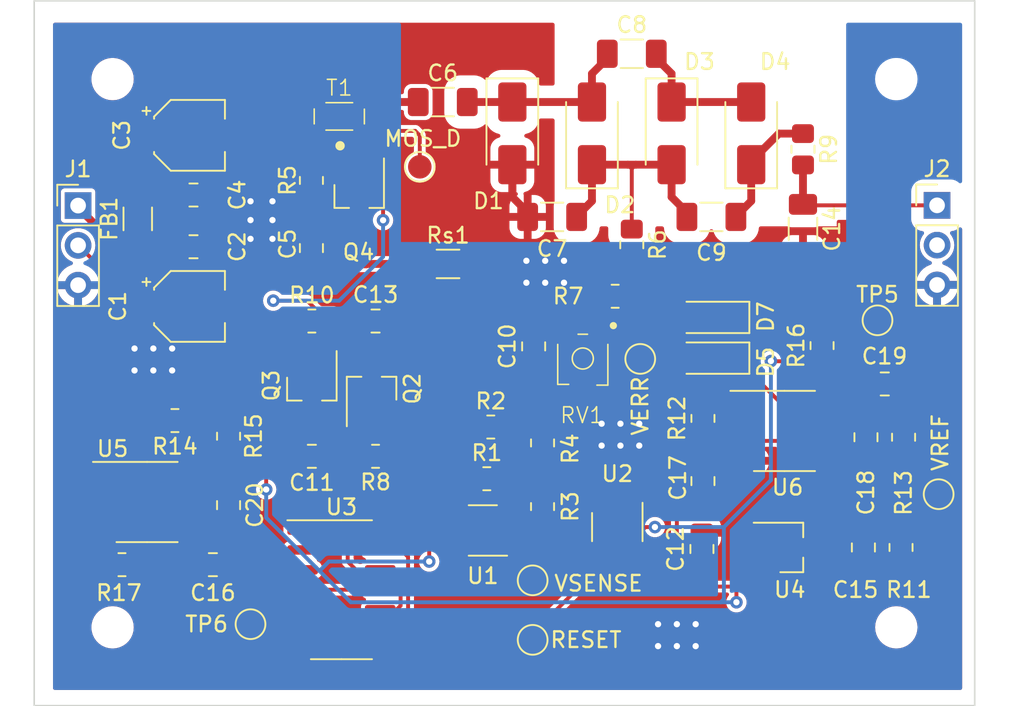
<source format=kicad_pcb>
(kicad_pcb (version 20221018) (generator pcbnew)

  (general
    (thickness 1.6)
  )

  (paper "A4")
  (layers
    (0 "F.Cu" signal)
    (31 "B.Cu" signal)
    (32 "B.Adhes" user "B.Adhesive")
    (33 "F.Adhes" user "F.Adhesive")
    (34 "B.Paste" user)
    (35 "F.Paste" user)
    (36 "B.SilkS" user "B.Silkscreen")
    (37 "F.SilkS" user "F.Silkscreen")
    (38 "B.Mask" user)
    (39 "F.Mask" user)
    (40 "Dwgs.User" user "User.Drawings")
    (41 "Cmts.User" user "User.Comments")
    (42 "Eco1.User" user "User.Eco1")
    (43 "Eco2.User" user "User.Eco2")
    (44 "Edge.Cuts" user)
    (45 "Margin" user)
    (46 "B.CrtYd" user "B.Courtyard")
    (47 "F.CrtYd" user "F.Courtyard")
    (48 "B.Fab" user)
    (49 "F.Fab" user)
    (50 "User.1" user)
    (51 "User.2" user)
    (52 "User.3" user)
    (53 "User.4" user)
    (54 "User.5" user)
    (55 "User.6" user)
    (56 "User.7" user)
    (57 "User.8" user)
    (58 "User.9" user)
  )

  (setup
    (pad_to_mask_clearance 0)
    (pcbplotparams
      (layerselection 0x00010fc_ffffffff)
      (plot_on_all_layers_selection 0x0000000_00000000)
      (disableapertmacros false)
      (usegerberextensions false)
      (usegerberattributes true)
      (usegerberadvancedattributes true)
      (creategerberjobfile true)
      (dashed_line_dash_ratio 12.000000)
      (dashed_line_gap_ratio 3.000000)
      (svgprecision 4)
      (plotframeref false)
      (viasonmask false)
      (mode 1)
      (useauxorigin false)
      (hpglpennumber 1)
      (hpglpenspeed 20)
      (hpglpendiameter 15.000000)
      (dxfpolygonmode true)
      (dxfimperialunits true)
      (dxfusepcbnewfont true)
      (psnegative false)
      (psa4output false)
      (plotreference true)
      (plotvalue true)
      (plotinvisibletext false)
      (sketchpadsonfab false)
      (subtractmaskfromsilk false)
      (outputformat 1)
      (mirror false)
      (drillshape 1)
      (scaleselection 1)
      (outputdirectory "")
    )
  )

  (net 0 "")
  (net 1 "VCC")
  (net 2 "GND")
  (net 3 "/VPR")
  (net 4 "Net-(C5-Pad1)")
  (net 5 "/RFEED_H")
  (net 6 "/VTR_SEC")
  (net 7 "Net-(D1-K)")
  (net 8 "Net-(D2-K)")
  (net 9 "Net-(D3-K)")
  (net 10 "Net-(C10-Pad1)")
  (net 11 "Net-(D4-K)")
  (net 12 "/GATE")
  (net 13 "VPP")
  (net 14 "/VREF")
  (net 15 "Net-(U5-CV)")
  (net 16 "Net-(U5-THR)")
  (net 17 "/VFEED")
  (net 18 "Net-(D5-K)")
  (net 19 "Net-(C19-Pad1)")
  (net 20 "/VERR")
  (net 21 "Net-(D7-K)")
  (net 22 "/ENABLE")
  (net 23 "unconnected-(J2-Pin_2-Pad2)")
  (net 24 "Net-(Q2-B)")
  (net 25 "Net-(Q2-E)")
  (net 26 "/MOS_D")
  (net 27 "Net-(U1-+)")
  (net 28 "Net-(U1--)")
  (net 29 "/VSENSE")
  (net 30 "/SR_Q")
  (net 31 "/SR_R")
  (net 32 "/SR_S")
  (net 33 "Net-(U6A--)")
  (net 34 "Net-(U5-DIS)")
  (net 35 "/SR_NQ")
  (net 36 "Net-(TP6-Pad1)")

  (footprint "Package_TO_SOT_SMD:SOT-23_Handsoldering" (layer "F.Cu") (at 155.73375 47.46375 -90))

  (footprint "Package_SO:SOIC-14_3.9x8.7mm_P1.27mm" (layer "F.Cu") (at 154.6 72.6))

  (footprint "MountingHole:MountingHole_2.2mm_M2_DIN965" (layer "F.Cu") (at 190 40))

  (footprint "Resistor_SMD:R_0805_2012Metric_Pad1.20x1.40mm_HandSolder" (layer "F.Cu") (at 147.4 62.8 90))

  (footprint "Capacitor_SMD:CP_Elec_4x5.4" (layer "F.Cu") (at 144.9085 43.59))

  (footprint "Package_SO:SOIC-8_3.9x4.9mm_P1.27mm" (layer "F.Cu") (at 182.86375 62.46375))

  (footprint "Package_SO:SOIC-8_3.9x4.9mm_P1.27mm" (layer "F.Cu") (at 142.2 67))

  (footprint "TestPoint:TestPoint_Pad_D1.5mm" (layer "F.Cu") (at 166.8 75.8))

  (footprint "TestPoint:TestPoint_Pad_D1.5mm" (layer "F.Cu") (at 188.8 55.4))

  (footprint "Package_TO_SOT_SMD:SOT-23_Handsoldering" (layer "F.Cu") (at 156.52375 59.76375 90))

  (footprint "Resistor_SMD:R_0805_2012Metric_Pad1.20x1.40mm_HandSolder" (layer "F.Cu") (at 172.06375 53.86375 180))

  (footprint "Capacitor_SMD:C_0805_2012Metric_Pad1.18x1.45mm_HandSolder" (layer "F.Cu") (at 145.1625 47.4))

  (footprint "Diode_SMD:D_SOD-123" (layer "F.Cu") (at 178.26375 57.81375 180))

  (footprint "Diode_SMD:D_SMA" (layer "F.Cu") (at 180.74375 43.46375 90))

  (footprint "MountingHole:MountingHole_2.2mm_M2_DIN965" (layer "F.Cu") (at 140 40))

  (footprint "Capacitor_SMD:C_0805_2012Metric_Pad1.18x1.45mm_HandSolder" (layer "F.Cu") (at 145.1625 50.702))

  (footprint "lcsc_misc:ATB322524-0110-T000" (layer "F.Cu") (at 154.46375 42.40625))

  (footprint "Resistor_SMD:R_0805_2012Metric_Pad1.20x1.40mm_HandSolder" (layer "F.Cu") (at 190.46375 62.86375 90))

  (footprint "Diode_SMD:D_SMA" (layer "F.Cu") (at 170.58375 43.46375 90))

  (footprint "TestPoint:TestPoint_Pad_D1.5mm" (layer "F.Cu") (at 173.66375 57.86375))

  (footprint "Resistor_SMD:R_0805_2012Metric_Pad1.20x1.40mm_HandSolder" (layer "F.Cu") (at 140.6 71))

  (footprint "Capacitor_SMD:C_0805_2012Metric_Pad1.18x1.45mm_HandSolder" (layer "F.Cu") (at 147.4 67.2 -90))

  (footprint "Package_TO_SOT_SMD:SOT-23_Handsoldering" (layer "F.Cu") (at 183.30125 69.90125))

  (footprint "Capacitor_SMD:C_0805_2012Metric_Pad1.18x1.45mm_HandSolder" (layer "F.Cu") (at 188.06375 62.86375 90))

  (footprint "Capacitor_SMD:C_0805_2012Metric_Pad1.18x1.45mm_HandSolder" (layer "F.Cu") (at 152.68575 50.78825 -90))

  (footprint "Resistor_SMD:R_0805_2012Metric_Pad1.20x1.40mm_HandSolder" (layer "F.Cu") (at 184.04575 44.47975 -90))

  (footprint "Package_TO_SOT_SMD:SOT-23-5_HandSoldering" (layer "F.Cu") (at 172.2 68.6 -90))

  (footprint "Resistor_SMD:R_0805_2012Metric_Pad1.20x1.40mm_HandSolder" (layer "F.Cu") (at 173.12375 50.57575 -90))

  (footprint "Package_TO_SOT_SMD:SOT-23-5_HandSoldering" (layer "F.Cu") (at 163.621 68.816 180))

  (footprint "TestPoint:TestPoint_Pad_D1.5mm" (layer "F.Cu") (at 166.8 72))

  (footprint "Capacitor_SMD:C_1206_3216Metric_Pad1.33x1.80mm_HandSolder" (layer "F.Cu") (at 168.04375 48.79775))

  (footprint "Capacitor_SMD:C_1206_3216Metric_Pad1.33x1.80mm_HandSolder" (layer "F.Cu") (at 173.12375 38.38375))

  (footprint "TestPoint:TestPoint_Pad_D1.5mm" (layer "F.Cu") (at 192.70125 66.50125))

  (footprint "Resistor_SMD:R_1206_3216Metric_Pad1.30x1.75mm_HandSolder" (layer "F.Cu") (at 161.4 51.8))

  (footprint "Capacitor_SMD:C_0805_2012Metric_Pad1.18x1.45mm_HandSolder" (layer "F.Cu") (at 152.71375 64.08175))

  (footprint "Resistor_SMD:R_0805_2012Metric_Pad1.20x1.40mm_HandSolder" (layer "F.Cu") (at 177.66375 61.66375 90))

  (footprint "Capacitor_SMD:C_0805_2012Metric_Pad1.18x1.45mm_HandSolder" (layer "F.Cu") (at 146.4 71))

  (footprint "MountingHole:MountingHole_2.2mm_M2_DIN965" (layer "F.Cu") (at 190 75))

  (footprint "Capacitor_SMD:C_0805_2012Metric_Pad1.18x1.45mm_HandSolder" (layer "F.Cu") (at 156.77775 55.44575))

  (footprint "Capacitor_SMD:C_1206_3216Metric_Pad1.33x1.80mm_HandSolder" (layer "F.Cu") (at 161.06375 41.46375))

  (footprint "Package_TO_SOT_SMD:SOT-23_Handsoldering" (layer "F.Cu") (at 152.71375 59.76375 -90))

  (footprint "MountingHole:MountingHole_2.2mm_M2_DIN965" (layer "F.Cu") (at 140 75))

  (footprint "Capacitor_SMD:C_0805_2012Metric_Pad1.18x1.45mm_HandSolder" (layer "F.Cu") (at 177.6 70 90))

  (footprint "Resistor_SMD:R_0805_2012Metric_Pad1.20x1.40mm_HandSolder" (layer "F.Cu") (at 156.77775 64.08175 180))

  (footprint "Resistor_SMD:R_0805_2012Metric_Pad1.20x1.40mm_HandSolder" (layer "F.Cu") (at 185.26375 57.01375 90))

  (footprint "Resistor_SMD:R_0805_2012Metric_Pad1.20x1.40mm_HandSolder" (layer "F.Cu") (at 152.71375 55.44575))

  (footprint "Resistor_SMD:R_0805_2012Metric_Pad1.20x1.40mm_HandSolder" (layer "F.Cu") (at 167.431 67.292 90))

  (footprint "Capacitor_SMD:C_1206_3216Metric_Pad1.33x1.80mm_HandSolder" (layer "F.Cu") (at 178.20375 48.79775))

  (footprint "TestPoint:TestPoint_Pad_D1.5mm" (layer "F.Cu") (at 148.8 74.8))

  (footprint "Resistor_SMD:R_0805_2012Metric_Pad1.20x1.40mm_HandSolder" (layer "F.Cu") (at 152.68575 46.47025 -90))

  (footprint "Resistor_SMD:R_1206_3216Metric_Pad1.30x1.75mm_HandSolder" (layer "F.Cu") (at 141.6065 48.924 90))

  (footprint "Resistor_SMD:R_0805_2012Metric_Pad1.20x1.40mm_HandSolder" (layer "F.Cu") (at 190.30125 69.90125 90))

  (footprint "Capacitor_SMD:C_0805_2012Metric_Pad1.18x1.45mm_HandSolder" (layer "F.Cu") (at 187.90125 69.90125 -90))

  (footprint "Capacitor_SMD:C_1206_3216Metric_Pad1.33x1.80mm_HandSolder" (layer "F.Cu") (at 184.04575 49.55975 -90))

  (footprint "Capacitor_SMD:C_0805_2012Metric_Pad1.18x1.45mm_HandSolder" (layer "F.Cu") (at 166.86375 57.06375 90))

  (footprint "Diode_SMD:D_SOD-123" (layer "F.Cu") (at 178.26375 55.21375 180))

  (footprint "Diode_SMD:D_SMA" (layer "F.Cu") (at 165.50375 43.46375 -90))

  (footprint "Capacitor_SMD:CP_Elec_4x5.4" (layer "F.Cu")
    (tstamp e333598c-2b13-413b-ba02-28890bca8010)
    (at 144.9085 54.512)
    (descr "SMD capacitor, aluminum electrolytic, Panasonic A5 / Nichicon, 4.0x5.4mm")
    (tags "capacitor electrolytic")
    (property "LCSC" "C72485")
    (property "Sheetfile" "geiger_counter.kicad_sch")
    (property "Sheetname" "")
    (property "ki_description" "Polarized capacitor, small symbol")
    (property "ki_keywords" "cap capacitor")
    (path "/0404899c-a4cd-4ebe-9f35-13578df950e4")
    (attr smd)
    (fp_text reference "C1" (at -4.572 0 90) (layer "F.SilkS")
        (effects (font (size 1 1) (thickness 0.15)))
      (tstamp c9da590f-d260-4e85-91c6-e5a6b942e382)
    )
    (fp_text value "10u" (at 0 3.2) (layer "F.Fab")
        (effects (font (size 1 1) (thickness 0.15)))
      (tstamp b900925d-6157-4f93-9755-24250dd85198)
    )
    (fp_text user "${REFERENCE}" (at 0 0) (layer "F.Fab")
        (effects (font (size 0.8 0.8) (thickness 0.12)))
      (tstamp 0ae42782-1e39-4f3e-92f6-4737a78a6fd1)
    )
    (fp_line (start -3 -1.56) (end -2.5 -1.56)
      (stroke (width 0.12) (type solid)) (layer "F.SilkS") (tstamp a2995ac7-dc1d-4048-ad91-c6058d9ceae3))
    (fp_line (start -2.75 -1.81) (end -2.75 -1.31)
      (stroke (width 0.12) (type solid)) (layer "F.SilkS") (tstamp ef0e3488-6c23-4f45-ba6c-ffeecb64b858))
    (fp_line (start -2.26 -1.195563) (end -2.26 -1.06)
      (stroke (width 0.12) (type solid)) (layer "F.SilkS") (tstamp 0377ae51-ed49-40c7-8690-5d1f41f7f1c7))
    (fp_line (start -2.26 -1.195563) (end -1.195563 -2.26)
      (stroke (width 0.12) (type solid)) (layer "F.SilkS") (tstamp 0f78a080-3057-4293-b3c0-053dfb1492e0))
    (fp_line (start -2.26 1.195563) (end -2.26 1.06)
      (stroke (width 0.12) (type solid)) (layer "F.SilkS") (tstamp 01120bdf-331f-4766-92b9-c0b978fbf202))
    (fp_line (start -2.26 1.195563) (end -1.195563 2.26)
      (stroke (width 0.12) (type solid)) (layer "F.SilkS") (tstamp 9ef4d86b-e79c-4251-8c74-f9c3ae0712af))
    (fp_line (start -1.195563 -2.26) (end 2.26 -2.26)
      (stroke (width 0.12) (type solid)) (layer "F.SilkS") (tstamp 609d22fc-d211-489e-833d-d4f8618e844b))
    (fp_line (start -1.195563 2.26) (end 2.26 2.26)
      (stroke (width 0.12) (type solid)) (layer "F.SilkS") (tstamp 57fc2ade-c904-4afe-8ec2-699a3018e61a))
    (fp_line (start 2.26 -2.26) (end 2.26 -1.06)
      (stroke (width 0.12) (type solid)) (layer "F.SilkS") (tstamp 5d8e2bfc-84df-4897-9fb4-e898ec07393d))
    (fp_line (start 2.26 2.26) (end 2.26 1.06)
      (stroke (width 0.12) (type solid)) (layer "F.SilkS") (tstamp b0f9194d-df94-4541-93a5-42f9c5ab1bbe))
    (fp_line (start -3.35 -1.05) (end -3.35 1.05)
      (stroke (width 0.05) (type solid)) (layer "F.CrtYd") (tstamp d7e5f682-cf6a-4ee9-a4a5-e1e8e0baf2ab))
    (fp_line (start -3.35 1.05) (end -2.4 1.05)
      (stroke (width 0.05) (type solid)) (layer "F.CrtYd") (tstamp 88f7f15e-8891-472f-ab10-ace65f3991e7))
    (fp_line (start -2.4 -1.25) (end -2.4 -1.05)
      (stroke (width 0.05) (type solid)) (layer "F.CrtYd") (tstamp 57488a9b-62eb-4234-9945-54ae389f9354))
    (fp_line (start -2.4 -1.25) (end -1.25 -2.4)
      (stroke (width 0.05) (type solid)) (layer "F.CrtYd") (tstamp 6c85d086-3c6e-4ccf-9e36-694a8634f1a7))
    (fp_line (start -2.4 -1.05) (end -3.35 -1.05)
      (stroke (width 0.05) (type solid)) (layer "F.CrtYd") (tstamp fb65d7bf-14bd-4188-a683-a48a29fee53d))
    (fp_line (start -2.4 1.05) (end -2.4 1.25)
      (stroke (width 0.05) (type solid)) (layer "F.CrtYd") (tstamp d361968d-862b-485e-bb98-e18e98673d3f))
    (fp_line (start -2.4 1.25) (end -1.25 2.4)
      (stroke (width 0.05) (type solid)) (layer "F.CrtYd") (tstamp 39701060-f85e-414d-bed9-6c5fcba16fc5))
    (fp_line (start -1.25 -2.4) (end 2.4 -2.4)
      (stroke (width 0.05) (type solid)) (layer "F.CrtYd") (tstamp 4dd1e213-800c
... [383464 chars truncated]
</source>
